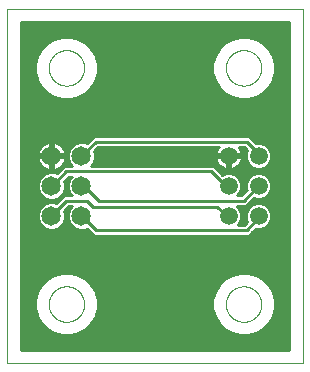
<source format=gbl>
G75*
%MOIN*%
%OFA0B0*%
%FSLAX25Y25*%
%IPPOS*%
%LPD*%
%AMOC8*
5,1,8,0,0,1.08239X$1,22.5*
%
%ADD10C,0.00000*%
%ADD11C,0.05937*%
%ADD12C,0.06496*%
%ADD13C,0.00984*%
%ADD14C,0.01000*%
D10*
X0001492Y0001492D02*
X0001492Y0119602D01*
X0099917Y0119602D01*
X0099917Y0001492D01*
X0001492Y0001492D01*
X0015271Y0021177D02*
X0015273Y0021330D01*
X0015279Y0021484D01*
X0015289Y0021637D01*
X0015303Y0021789D01*
X0015321Y0021942D01*
X0015343Y0022093D01*
X0015368Y0022244D01*
X0015398Y0022395D01*
X0015432Y0022545D01*
X0015469Y0022693D01*
X0015510Y0022841D01*
X0015555Y0022987D01*
X0015604Y0023133D01*
X0015657Y0023277D01*
X0015713Y0023419D01*
X0015773Y0023560D01*
X0015837Y0023700D01*
X0015904Y0023838D01*
X0015975Y0023974D01*
X0016050Y0024108D01*
X0016127Y0024240D01*
X0016209Y0024370D01*
X0016293Y0024498D01*
X0016381Y0024624D01*
X0016472Y0024747D01*
X0016566Y0024868D01*
X0016664Y0024986D01*
X0016764Y0025102D01*
X0016868Y0025215D01*
X0016974Y0025326D01*
X0017083Y0025434D01*
X0017195Y0025539D01*
X0017309Y0025640D01*
X0017427Y0025739D01*
X0017546Y0025835D01*
X0017668Y0025928D01*
X0017793Y0026017D01*
X0017920Y0026104D01*
X0018049Y0026186D01*
X0018180Y0026266D01*
X0018313Y0026342D01*
X0018448Y0026415D01*
X0018585Y0026484D01*
X0018724Y0026549D01*
X0018864Y0026611D01*
X0019006Y0026669D01*
X0019149Y0026724D01*
X0019294Y0026775D01*
X0019440Y0026822D01*
X0019587Y0026865D01*
X0019735Y0026904D01*
X0019884Y0026940D01*
X0020034Y0026971D01*
X0020185Y0026999D01*
X0020336Y0027023D01*
X0020489Y0027043D01*
X0020641Y0027059D01*
X0020794Y0027071D01*
X0020947Y0027079D01*
X0021100Y0027083D01*
X0021254Y0027083D01*
X0021407Y0027079D01*
X0021560Y0027071D01*
X0021713Y0027059D01*
X0021865Y0027043D01*
X0022018Y0027023D01*
X0022169Y0026999D01*
X0022320Y0026971D01*
X0022470Y0026940D01*
X0022619Y0026904D01*
X0022767Y0026865D01*
X0022914Y0026822D01*
X0023060Y0026775D01*
X0023205Y0026724D01*
X0023348Y0026669D01*
X0023490Y0026611D01*
X0023630Y0026549D01*
X0023769Y0026484D01*
X0023906Y0026415D01*
X0024041Y0026342D01*
X0024174Y0026266D01*
X0024305Y0026186D01*
X0024434Y0026104D01*
X0024561Y0026017D01*
X0024686Y0025928D01*
X0024808Y0025835D01*
X0024927Y0025739D01*
X0025045Y0025640D01*
X0025159Y0025539D01*
X0025271Y0025434D01*
X0025380Y0025326D01*
X0025486Y0025215D01*
X0025590Y0025102D01*
X0025690Y0024986D01*
X0025788Y0024868D01*
X0025882Y0024747D01*
X0025973Y0024624D01*
X0026061Y0024498D01*
X0026145Y0024370D01*
X0026227Y0024240D01*
X0026304Y0024108D01*
X0026379Y0023974D01*
X0026450Y0023838D01*
X0026517Y0023700D01*
X0026581Y0023560D01*
X0026641Y0023419D01*
X0026697Y0023277D01*
X0026750Y0023133D01*
X0026799Y0022987D01*
X0026844Y0022841D01*
X0026885Y0022693D01*
X0026922Y0022545D01*
X0026956Y0022395D01*
X0026986Y0022244D01*
X0027011Y0022093D01*
X0027033Y0021942D01*
X0027051Y0021789D01*
X0027065Y0021637D01*
X0027075Y0021484D01*
X0027081Y0021330D01*
X0027083Y0021177D01*
X0027081Y0021024D01*
X0027075Y0020870D01*
X0027065Y0020717D01*
X0027051Y0020565D01*
X0027033Y0020412D01*
X0027011Y0020261D01*
X0026986Y0020110D01*
X0026956Y0019959D01*
X0026922Y0019809D01*
X0026885Y0019661D01*
X0026844Y0019513D01*
X0026799Y0019367D01*
X0026750Y0019221D01*
X0026697Y0019077D01*
X0026641Y0018935D01*
X0026581Y0018794D01*
X0026517Y0018654D01*
X0026450Y0018516D01*
X0026379Y0018380D01*
X0026304Y0018246D01*
X0026227Y0018114D01*
X0026145Y0017984D01*
X0026061Y0017856D01*
X0025973Y0017730D01*
X0025882Y0017607D01*
X0025788Y0017486D01*
X0025690Y0017368D01*
X0025590Y0017252D01*
X0025486Y0017139D01*
X0025380Y0017028D01*
X0025271Y0016920D01*
X0025159Y0016815D01*
X0025045Y0016714D01*
X0024927Y0016615D01*
X0024808Y0016519D01*
X0024686Y0016426D01*
X0024561Y0016337D01*
X0024434Y0016250D01*
X0024305Y0016168D01*
X0024174Y0016088D01*
X0024041Y0016012D01*
X0023906Y0015939D01*
X0023769Y0015870D01*
X0023630Y0015805D01*
X0023490Y0015743D01*
X0023348Y0015685D01*
X0023205Y0015630D01*
X0023060Y0015579D01*
X0022914Y0015532D01*
X0022767Y0015489D01*
X0022619Y0015450D01*
X0022470Y0015414D01*
X0022320Y0015383D01*
X0022169Y0015355D01*
X0022018Y0015331D01*
X0021865Y0015311D01*
X0021713Y0015295D01*
X0021560Y0015283D01*
X0021407Y0015275D01*
X0021254Y0015271D01*
X0021100Y0015271D01*
X0020947Y0015275D01*
X0020794Y0015283D01*
X0020641Y0015295D01*
X0020489Y0015311D01*
X0020336Y0015331D01*
X0020185Y0015355D01*
X0020034Y0015383D01*
X0019884Y0015414D01*
X0019735Y0015450D01*
X0019587Y0015489D01*
X0019440Y0015532D01*
X0019294Y0015579D01*
X0019149Y0015630D01*
X0019006Y0015685D01*
X0018864Y0015743D01*
X0018724Y0015805D01*
X0018585Y0015870D01*
X0018448Y0015939D01*
X0018313Y0016012D01*
X0018180Y0016088D01*
X0018049Y0016168D01*
X0017920Y0016250D01*
X0017793Y0016337D01*
X0017668Y0016426D01*
X0017546Y0016519D01*
X0017427Y0016615D01*
X0017309Y0016714D01*
X0017195Y0016815D01*
X0017083Y0016920D01*
X0016974Y0017028D01*
X0016868Y0017139D01*
X0016764Y0017252D01*
X0016664Y0017368D01*
X0016566Y0017486D01*
X0016472Y0017607D01*
X0016381Y0017730D01*
X0016293Y0017856D01*
X0016209Y0017984D01*
X0016127Y0018114D01*
X0016050Y0018246D01*
X0015975Y0018380D01*
X0015904Y0018516D01*
X0015837Y0018654D01*
X0015773Y0018794D01*
X0015713Y0018935D01*
X0015657Y0019077D01*
X0015604Y0019221D01*
X0015555Y0019367D01*
X0015510Y0019513D01*
X0015469Y0019661D01*
X0015432Y0019809D01*
X0015398Y0019959D01*
X0015368Y0020110D01*
X0015343Y0020261D01*
X0015321Y0020412D01*
X0015303Y0020565D01*
X0015289Y0020717D01*
X0015279Y0020870D01*
X0015273Y0021024D01*
X0015271Y0021177D01*
X0074326Y0021177D02*
X0074328Y0021330D01*
X0074334Y0021484D01*
X0074344Y0021637D01*
X0074358Y0021789D01*
X0074376Y0021942D01*
X0074398Y0022093D01*
X0074423Y0022244D01*
X0074453Y0022395D01*
X0074487Y0022545D01*
X0074524Y0022693D01*
X0074565Y0022841D01*
X0074610Y0022987D01*
X0074659Y0023133D01*
X0074712Y0023277D01*
X0074768Y0023419D01*
X0074828Y0023560D01*
X0074892Y0023700D01*
X0074959Y0023838D01*
X0075030Y0023974D01*
X0075105Y0024108D01*
X0075182Y0024240D01*
X0075264Y0024370D01*
X0075348Y0024498D01*
X0075436Y0024624D01*
X0075527Y0024747D01*
X0075621Y0024868D01*
X0075719Y0024986D01*
X0075819Y0025102D01*
X0075923Y0025215D01*
X0076029Y0025326D01*
X0076138Y0025434D01*
X0076250Y0025539D01*
X0076364Y0025640D01*
X0076482Y0025739D01*
X0076601Y0025835D01*
X0076723Y0025928D01*
X0076848Y0026017D01*
X0076975Y0026104D01*
X0077104Y0026186D01*
X0077235Y0026266D01*
X0077368Y0026342D01*
X0077503Y0026415D01*
X0077640Y0026484D01*
X0077779Y0026549D01*
X0077919Y0026611D01*
X0078061Y0026669D01*
X0078204Y0026724D01*
X0078349Y0026775D01*
X0078495Y0026822D01*
X0078642Y0026865D01*
X0078790Y0026904D01*
X0078939Y0026940D01*
X0079089Y0026971D01*
X0079240Y0026999D01*
X0079391Y0027023D01*
X0079544Y0027043D01*
X0079696Y0027059D01*
X0079849Y0027071D01*
X0080002Y0027079D01*
X0080155Y0027083D01*
X0080309Y0027083D01*
X0080462Y0027079D01*
X0080615Y0027071D01*
X0080768Y0027059D01*
X0080920Y0027043D01*
X0081073Y0027023D01*
X0081224Y0026999D01*
X0081375Y0026971D01*
X0081525Y0026940D01*
X0081674Y0026904D01*
X0081822Y0026865D01*
X0081969Y0026822D01*
X0082115Y0026775D01*
X0082260Y0026724D01*
X0082403Y0026669D01*
X0082545Y0026611D01*
X0082685Y0026549D01*
X0082824Y0026484D01*
X0082961Y0026415D01*
X0083096Y0026342D01*
X0083229Y0026266D01*
X0083360Y0026186D01*
X0083489Y0026104D01*
X0083616Y0026017D01*
X0083741Y0025928D01*
X0083863Y0025835D01*
X0083982Y0025739D01*
X0084100Y0025640D01*
X0084214Y0025539D01*
X0084326Y0025434D01*
X0084435Y0025326D01*
X0084541Y0025215D01*
X0084645Y0025102D01*
X0084745Y0024986D01*
X0084843Y0024868D01*
X0084937Y0024747D01*
X0085028Y0024624D01*
X0085116Y0024498D01*
X0085200Y0024370D01*
X0085282Y0024240D01*
X0085359Y0024108D01*
X0085434Y0023974D01*
X0085505Y0023838D01*
X0085572Y0023700D01*
X0085636Y0023560D01*
X0085696Y0023419D01*
X0085752Y0023277D01*
X0085805Y0023133D01*
X0085854Y0022987D01*
X0085899Y0022841D01*
X0085940Y0022693D01*
X0085977Y0022545D01*
X0086011Y0022395D01*
X0086041Y0022244D01*
X0086066Y0022093D01*
X0086088Y0021942D01*
X0086106Y0021789D01*
X0086120Y0021637D01*
X0086130Y0021484D01*
X0086136Y0021330D01*
X0086138Y0021177D01*
X0086136Y0021024D01*
X0086130Y0020870D01*
X0086120Y0020717D01*
X0086106Y0020565D01*
X0086088Y0020412D01*
X0086066Y0020261D01*
X0086041Y0020110D01*
X0086011Y0019959D01*
X0085977Y0019809D01*
X0085940Y0019661D01*
X0085899Y0019513D01*
X0085854Y0019367D01*
X0085805Y0019221D01*
X0085752Y0019077D01*
X0085696Y0018935D01*
X0085636Y0018794D01*
X0085572Y0018654D01*
X0085505Y0018516D01*
X0085434Y0018380D01*
X0085359Y0018246D01*
X0085282Y0018114D01*
X0085200Y0017984D01*
X0085116Y0017856D01*
X0085028Y0017730D01*
X0084937Y0017607D01*
X0084843Y0017486D01*
X0084745Y0017368D01*
X0084645Y0017252D01*
X0084541Y0017139D01*
X0084435Y0017028D01*
X0084326Y0016920D01*
X0084214Y0016815D01*
X0084100Y0016714D01*
X0083982Y0016615D01*
X0083863Y0016519D01*
X0083741Y0016426D01*
X0083616Y0016337D01*
X0083489Y0016250D01*
X0083360Y0016168D01*
X0083229Y0016088D01*
X0083096Y0016012D01*
X0082961Y0015939D01*
X0082824Y0015870D01*
X0082685Y0015805D01*
X0082545Y0015743D01*
X0082403Y0015685D01*
X0082260Y0015630D01*
X0082115Y0015579D01*
X0081969Y0015532D01*
X0081822Y0015489D01*
X0081674Y0015450D01*
X0081525Y0015414D01*
X0081375Y0015383D01*
X0081224Y0015355D01*
X0081073Y0015331D01*
X0080920Y0015311D01*
X0080768Y0015295D01*
X0080615Y0015283D01*
X0080462Y0015275D01*
X0080309Y0015271D01*
X0080155Y0015271D01*
X0080002Y0015275D01*
X0079849Y0015283D01*
X0079696Y0015295D01*
X0079544Y0015311D01*
X0079391Y0015331D01*
X0079240Y0015355D01*
X0079089Y0015383D01*
X0078939Y0015414D01*
X0078790Y0015450D01*
X0078642Y0015489D01*
X0078495Y0015532D01*
X0078349Y0015579D01*
X0078204Y0015630D01*
X0078061Y0015685D01*
X0077919Y0015743D01*
X0077779Y0015805D01*
X0077640Y0015870D01*
X0077503Y0015939D01*
X0077368Y0016012D01*
X0077235Y0016088D01*
X0077104Y0016168D01*
X0076975Y0016250D01*
X0076848Y0016337D01*
X0076723Y0016426D01*
X0076601Y0016519D01*
X0076482Y0016615D01*
X0076364Y0016714D01*
X0076250Y0016815D01*
X0076138Y0016920D01*
X0076029Y0017028D01*
X0075923Y0017139D01*
X0075819Y0017252D01*
X0075719Y0017368D01*
X0075621Y0017486D01*
X0075527Y0017607D01*
X0075436Y0017730D01*
X0075348Y0017856D01*
X0075264Y0017984D01*
X0075182Y0018114D01*
X0075105Y0018246D01*
X0075030Y0018380D01*
X0074959Y0018516D01*
X0074892Y0018654D01*
X0074828Y0018794D01*
X0074768Y0018935D01*
X0074712Y0019077D01*
X0074659Y0019221D01*
X0074610Y0019367D01*
X0074565Y0019513D01*
X0074524Y0019661D01*
X0074487Y0019809D01*
X0074453Y0019959D01*
X0074423Y0020110D01*
X0074398Y0020261D01*
X0074376Y0020412D01*
X0074358Y0020565D01*
X0074344Y0020717D01*
X0074334Y0020870D01*
X0074328Y0021024D01*
X0074326Y0021177D01*
X0074326Y0099917D02*
X0074328Y0100070D01*
X0074334Y0100224D01*
X0074344Y0100377D01*
X0074358Y0100529D01*
X0074376Y0100682D01*
X0074398Y0100833D01*
X0074423Y0100984D01*
X0074453Y0101135D01*
X0074487Y0101285D01*
X0074524Y0101433D01*
X0074565Y0101581D01*
X0074610Y0101727D01*
X0074659Y0101873D01*
X0074712Y0102017D01*
X0074768Y0102159D01*
X0074828Y0102300D01*
X0074892Y0102440D01*
X0074959Y0102578D01*
X0075030Y0102714D01*
X0075105Y0102848D01*
X0075182Y0102980D01*
X0075264Y0103110D01*
X0075348Y0103238D01*
X0075436Y0103364D01*
X0075527Y0103487D01*
X0075621Y0103608D01*
X0075719Y0103726D01*
X0075819Y0103842D01*
X0075923Y0103955D01*
X0076029Y0104066D01*
X0076138Y0104174D01*
X0076250Y0104279D01*
X0076364Y0104380D01*
X0076482Y0104479D01*
X0076601Y0104575D01*
X0076723Y0104668D01*
X0076848Y0104757D01*
X0076975Y0104844D01*
X0077104Y0104926D01*
X0077235Y0105006D01*
X0077368Y0105082D01*
X0077503Y0105155D01*
X0077640Y0105224D01*
X0077779Y0105289D01*
X0077919Y0105351D01*
X0078061Y0105409D01*
X0078204Y0105464D01*
X0078349Y0105515D01*
X0078495Y0105562D01*
X0078642Y0105605D01*
X0078790Y0105644D01*
X0078939Y0105680D01*
X0079089Y0105711D01*
X0079240Y0105739D01*
X0079391Y0105763D01*
X0079544Y0105783D01*
X0079696Y0105799D01*
X0079849Y0105811D01*
X0080002Y0105819D01*
X0080155Y0105823D01*
X0080309Y0105823D01*
X0080462Y0105819D01*
X0080615Y0105811D01*
X0080768Y0105799D01*
X0080920Y0105783D01*
X0081073Y0105763D01*
X0081224Y0105739D01*
X0081375Y0105711D01*
X0081525Y0105680D01*
X0081674Y0105644D01*
X0081822Y0105605D01*
X0081969Y0105562D01*
X0082115Y0105515D01*
X0082260Y0105464D01*
X0082403Y0105409D01*
X0082545Y0105351D01*
X0082685Y0105289D01*
X0082824Y0105224D01*
X0082961Y0105155D01*
X0083096Y0105082D01*
X0083229Y0105006D01*
X0083360Y0104926D01*
X0083489Y0104844D01*
X0083616Y0104757D01*
X0083741Y0104668D01*
X0083863Y0104575D01*
X0083982Y0104479D01*
X0084100Y0104380D01*
X0084214Y0104279D01*
X0084326Y0104174D01*
X0084435Y0104066D01*
X0084541Y0103955D01*
X0084645Y0103842D01*
X0084745Y0103726D01*
X0084843Y0103608D01*
X0084937Y0103487D01*
X0085028Y0103364D01*
X0085116Y0103238D01*
X0085200Y0103110D01*
X0085282Y0102980D01*
X0085359Y0102848D01*
X0085434Y0102714D01*
X0085505Y0102578D01*
X0085572Y0102440D01*
X0085636Y0102300D01*
X0085696Y0102159D01*
X0085752Y0102017D01*
X0085805Y0101873D01*
X0085854Y0101727D01*
X0085899Y0101581D01*
X0085940Y0101433D01*
X0085977Y0101285D01*
X0086011Y0101135D01*
X0086041Y0100984D01*
X0086066Y0100833D01*
X0086088Y0100682D01*
X0086106Y0100529D01*
X0086120Y0100377D01*
X0086130Y0100224D01*
X0086136Y0100070D01*
X0086138Y0099917D01*
X0086136Y0099764D01*
X0086130Y0099610D01*
X0086120Y0099457D01*
X0086106Y0099305D01*
X0086088Y0099152D01*
X0086066Y0099001D01*
X0086041Y0098850D01*
X0086011Y0098699D01*
X0085977Y0098549D01*
X0085940Y0098401D01*
X0085899Y0098253D01*
X0085854Y0098107D01*
X0085805Y0097961D01*
X0085752Y0097817D01*
X0085696Y0097675D01*
X0085636Y0097534D01*
X0085572Y0097394D01*
X0085505Y0097256D01*
X0085434Y0097120D01*
X0085359Y0096986D01*
X0085282Y0096854D01*
X0085200Y0096724D01*
X0085116Y0096596D01*
X0085028Y0096470D01*
X0084937Y0096347D01*
X0084843Y0096226D01*
X0084745Y0096108D01*
X0084645Y0095992D01*
X0084541Y0095879D01*
X0084435Y0095768D01*
X0084326Y0095660D01*
X0084214Y0095555D01*
X0084100Y0095454D01*
X0083982Y0095355D01*
X0083863Y0095259D01*
X0083741Y0095166D01*
X0083616Y0095077D01*
X0083489Y0094990D01*
X0083360Y0094908D01*
X0083229Y0094828D01*
X0083096Y0094752D01*
X0082961Y0094679D01*
X0082824Y0094610D01*
X0082685Y0094545D01*
X0082545Y0094483D01*
X0082403Y0094425D01*
X0082260Y0094370D01*
X0082115Y0094319D01*
X0081969Y0094272D01*
X0081822Y0094229D01*
X0081674Y0094190D01*
X0081525Y0094154D01*
X0081375Y0094123D01*
X0081224Y0094095D01*
X0081073Y0094071D01*
X0080920Y0094051D01*
X0080768Y0094035D01*
X0080615Y0094023D01*
X0080462Y0094015D01*
X0080309Y0094011D01*
X0080155Y0094011D01*
X0080002Y0094015D01*
X0079849Y0094023D01*
X0079696Y0094035D01*
X0079544Y0094051D01*
X0079391Y0094071D01*
X0079240Y0094095D01*
X0079089Y0094123D01*
X0078939Y0094154D01*
X0078790Y0094190D01*
X0078642Y0094229D01*
X0078495Y0094272D01*
X0078349Y0094319D01*
X0078204Y0094370D01*
X0078061Y0094425D01*
X0077919Y0094483D01*
X0077779Y0094545D01*
X0077640Y0094610D01*
X0077503Y0094679D01*
X0077368Y0094752D01*
X0077235Y0094828D01*
X0077104Y0094908D01*
X0076975Y0094990D01*
X0076848Y0095077D01*
X0076723Y0095166D01*
X0076601Y0095259D01*
X0076482Y0095355D01*
X0076364Y0095454D01*
X0076250Y0095555D01*
X0076138Y0095660D01*
X0076029Y0095768D01*
X0075923Y0095879D01*
X0075819Y0095992D01*
X0075719Y0096108D01*
X0075621Y0096226D01*
X0075527Y0096347D01*
X0075436Y0096470D01*
X0075348Y0096596D01*
X0075264Y0096724D01*
X0075182Y0096854D01*
X0075105Y0096986D01*
X0075030Y0097120D01*
X0074959Y0097256D01*
X0074892Y0097394D01*
X0074828Y0097534D01*
X0074768Y0097675D01*
X0074712Y0097817D01*
X0074659Y0097961D01*
X0074610Y0098107D01*
X0074565Y0098253D01*
X0074524Y0098401D01*
X0074487Y0098549D01*
X0074453Y0098699D01*
X0074423Y0098850D01*
X0074398Y0099001D01*
X0074376Y0099152D01*
X0074358Y0099305D01*
X0074344Y0099457D01*
X0074334Y0099610D01*
X0074328Y0099764D01*
X0074326Y0099917D01*
X0015271Y0099917D02*
X0015273Y0100070D01*
X0015279Y0100224D01*
X0015289Y0100377D01*
X0015303Y0100529D01*
X0015321Y0100682D01*
X0015343Y0100833D01*
X0015368Y0100984D01*
X0015398Y0101135D01*
X0015432Y0101285D01*
X0015469Y0101433D01*
X0015510Y0101581D01*
X0015555Y0101727D01*
X0015604Y0101873D01*
X0015657Y0102017D01*
X0015713Y0102159D01*
X0015773Y0102300D01*
X0015837Y0102440D01*
X0015904Y0102578D01*
X0015975Y0102714D01*
X0016050Y0102848D01*
X0016127Y0102980D01*
X0016209Y0103110D01*
X0016293Y0103238D01*
X0016381Y0103364D01*
X0016472Y0103487D01*
X0016566Y0103608D01*
X0016664Y0103726D01*
X0016764Y0103842D01*
X0016868Y0103955D01*
X0016974Y0104066D01*
X0017083Y0104174D01*
X0017195Y0104279D01*
X0017309Y0104380D01*
X0017427Y0104479D01*
X0017546Y0104575D01*
X0017668Y0104668D01*
X0017793Y0104757D01*
X0017920Y0104844D01*
X0018049Y0104926D01*
X0018180Y0105006D01*
X0018313Y0105082D01*
X0018448Y0105155D01*
X0018585Y0105224D01*
X0018724Y0105289D01*
X0018864Y0105351D01*
X0019006Y0105409D01*
X0019149Y0105464D01*
X0019294Y0105515D01*
X0019440Y0105562D01*
X0019587Y0105605D01*
X0019735Y0105644D01*
X0019884Y0105680D01*
X0020034Y0105711D01*
X0020185Y0105739D01*
X0020336Y0105763D01*
X0020489Y0105783D01*
X0020641Y0105799D01*
X0020794Y0105811D01*
X0020947Y0105819D01*
X0021100Y0105823D01*
X0021254Y0105823D01*
X0021407Y0105819D01*
X0021560Y0105811D01*
X0021713Y0105799D01*
X0021865Y0105783D01*
X0022018Y0105763D01*
X0022169Y0105739D01*
X0022320Y0105711D01*
X0022470Y0105680D01*
X0022619Y0105644D01*
X0022767Y0105605D01*
X0022914Y0105562D01*
X0023060Y0105515D01*
X0023205Y0105464D01*
X0023348Y0105409D01*
X0023490Y0105351D01*
X0023630Y0105289D01*
X0023769Y0105224D01*
X0023906Y0105155D01*
X0024041Y0105082D01*
X0024174Y0105006D01*
X0024305Y0104926D01*
X0024434Y0104844D01*
X0024561Y0104757D01*
X0024686Y0104668D01*
X0024808Y0104575D01*
X0024927Y0104479D01*
X0025045Y0104380D01*
X0025159Y0104279D01*
X0025271Y0104174D01*
X0025380Y0104066D01*
X0025486Y0103955D01*
X0025590Y0103842D01*
X0025690Y0103726D01*
X0025788Y0103608D01*
X0025882Y0103487D01*
X0025973Y0103364D01*
X0026061Y0103238D01*
X0026145Y0103110D01*
X0026227Y0102980D01*
X0026304Y0102848D01*
X0026379Y0102714D01*
X0026450Y0102578D01*
X0026517Y0102440D01*
X0026581Y0102300D01*
X0026641Y0102159D01*
X0026697Y0102017D01*
X0026750Y0101873D01*
X0026799Y0101727D01*
X0026844Y0101581D01*
X0026885Y0101433D01*
X0026922Y0101285D01*
X0026956Y0101135D01*
X0026986Y0100984D01*
X0027011Y0100833D01*
X0027033Y0100682D01*
X0027051Y0100529D01*
X0027065Y0100377D01*
X0027075Y0100224D01*
X0027081Y0100070D01*
X0027083Y0099917D01*
X0027081Y0099764D01*
X0027075Y0099610D01*
X0027065Y0099457D01*
X0027051Y0099305D01*
X0027033Y0099152D01*
X0027011Y0099001D01*
X0026986Y0098850D01*
X0026956Y0098699D01*
X0026922Y0098549D01*
X0026885Y0098401D01*
X0026844Y0098253D01*
X0026799Y0098107D01*
X0026750Y0097961D01*
X0026697Y0097817D01*
X0026641Y0097675D01*
X0026581Y0097534D01*
X0026517Y0097394D01*
X0026450Y0097256D01*
X0026379Y0097120D01*
X0026304Y0096986D01*
X0026227Y0096854D01*
X0026145Y0096724D01*
X0026061Y0096596D01*
X0025973Y0096470D01*
X0025882Y0096347D01*
X0025788Y0096226D01*
X0025690Y0096108D01*
X0025590Y0095992D01*
X0025486Y0095879D01*
X0025380Y0095768D01*
X0025271Y0095660D01*
X0025159Y0095555D01*
X0025045Y0095454D01*
X0024927Y0095355D01*
X0024808Y0095259D01*
X0024686Y0095166D01*
X0024561Y0095077D01*
X0024434Y0094990D01*
X0024305Y0094908D01*
X0024174Y0094828D01*
X0024041Y0094752D01*
X0023906Y0094679D01*
X0023769Y0094610D01*
X0023630Y0094545D01*
X0023490Y0094483D01*
X0023348Y0094425D01*
X0023205Y0094370D01*
X0023060Y0094319D01*
X0022914Y0094272D01*
X0022767Y0094229D01*
X0022619Y0094190D01*
X0022470Y0094154D01*
X0022320Y0094123D01*
X0022169Y0094095D01*
X0022018Y0094071D01*
X0021865Y0094051D01*
X0021713Y0094035D01*
X0021560Y0094023D01*
X0021407Y0094015D01*
X0021254Y0094011D01*
X0021100Y0094011D01*
X0020947Y0094015D01*
X0020794Y0094023D01*
X0020641Y0094035D01*
X0020489Y0094051D01*
X0020336Y0094071D01*
X0020185Y0094095D01*
X0020034Y0094123D01*
X0019884Y0094154D01*
X0019735Y0094190D01*
X0019587Y0094229D01*
X0019440Y0094272D01*
X0019294Y0094319D01*
X0019149Y0094370D01*
X0019006Y0094425D01*
X0018864Y0094483D01*
X0018724Y0094545D01*
X0018585Y0094610D01*
X0018448Y0094679D01*
X0018313Y0094752D01*
X0018180Y0094828D01*
X0018049Y0094908D01*
X0017920Y0094990D01*
X0017793Y0095077D01*
X0017668Y0095166D01*
X0017546Y0095259D01*
X0017427Y0095355D01*
X0017309Y0095454D01*
X0017195Y0095555D01*
X0017083Y0095660D01*
X0016974Y0095768D01*
X0016868Y0095879D01*
X0016764Y0095992D01*
X0016664Y0096108D01*
X0016566Y0096226D01*
X0016472Y0096347D01*
X0016381Y0096470D01*
X0016293Y0096596D01*
X0016209Y0096724D01*
X0016127Y0096854D01*
X0016050Y0096986D01*
X0015975Y0097120D01*
X0015904Y0097256D01*
X0015837Y0097394D01*
X0015773Y0097534D01*
X0015713Y0097675D01*
X0015657Y0097817D01*
X0015604Y0097961D01*
X0015555Y0098107D01*
X0015510Y0098253D01*
X0015469Y0098401D01*
X0015432Y0098549D01*
X0015398Y0098699D01*
X0015368Y0098850D01*
X0015343Y0099001D01*
X0015321Y0099152D01*
X0015303Y0099305D01*
X0015289Y0099457D01*
X0015279Y0099610D01*
X0015273Y0099764D01*
X0015271Y0099917D01*
D11*
X0075232Y0070547D03*
X0075232Y0060547D03*
X0075232Y0050547D03*
X0085232Y0050547D03*
X0085232Y0060547D03*
X0085232Y0070547D03*
D12*
X0026177Y0070547D03*
X0026177Y0060547D03*
X0026177Y0050547D03*
X0016177Y0050547D03*
X0016177Y0060547D03*
X0016177Y0070547D03*
D13*
X0015685Y0070286D02*
X0005984Y0070286D01*
X0005984Y0071268D02*
X0011492Y0071268D01*
X0011456Y0071039D02*
X0015685Y0071039D01*
X0015685Y0070055D01*
X0016669Y0070055D01*
X0016669Y0065826D01*
X0017287Y0065924D01*
X0017997Y0066154D01*
X0018662Y0066493D01*
X0019265Y0066932D01*
X0019793Y0067459D01*
X0020231Y0068063D01*
X0020570Y0068728D01*
X0020801Y0069437D01*
X0020898Y0070055D01*
X0016669Y0070055D01*
X0016669Y0071039D01*
X0020898Y0071039D01*
X0020801Y0071657D01*
X0020570Y0072367D01*
X0020231Y0073032D01*
X0019793Y0073635D01*
X0019265Y0074163D01*
X0018662Y0074601D01*
X0017997Y0074940D01*
X0017287Y0075171D01*
X0016669Y0075269D01*
X0016669Y0071039D01*
X0015685Y0071039D01*
X0015685Y0075269D01*
X0015067Y0075171D01*
X0014358Y0074940D01*
X0013693Y0074601D01*
X0013089Y0074163D01*
X0012562Y0073635D01*
X0012123Y0073032D01*
X0011784Y0072367D01*
X0011554Y0071657D01*
X0011456Y0071039D01*
X0011456Y0070055D02*
X0011554Y0069437D01*
X0011784Y0068728D01*
X0012123Y0068063D01*
X0012562Y0067459D01*
X0013089Y0066932D01*
X0013693Y0066493D01*
X0014358Y0066154D01*
X0015067Y0065924D01*
X0015685Y0065826D01*
X0015685Y0070055D01*
X0011456Y0070055D01*
X0011597Y0069303D02*
X0005984Y0069303D01*
X0005984Y0068320D02*
X0011992Y0068320D01*
X0012684Y0067337D02*
X0005984Y0067337D01*
X0005984Y0066355D02*
X0013965Y0066355D01*
X0015274Y0065087D02*
X0013605Y0064396D01*
X0012328Y0063119D01*
X0011637Y0061450D01*
X0011637Y0059644D01*
X0012328Y0057975D01*
X0013605Y0056698D01*
X0015274Y0056007D01*
X0017080Y0056007D01*
X0018749Y0056698D01*
X0020026Y0057975D01*
X0020717Y0059644D01*
X0020717Y0061450D01*
X0020417Y0062174D01*
X0021919Y0063676D01*
X0022886Y0063676D01*
X0022328Y0063119D01*
X0021637Y0061450D01*
X0021637Y0059644D01*
X0022328Y0057975D01*
X0022886Y0057418D01*
X0020435Y0057418D01*
X0017804Y0054787D01*
X0017080Y0055087D01*
X0015274Y0055087D01*
X0013605Y0054396D01*
X0012328Y0053119D01*
X0011637Y0051450D01*
X0011637Y0049644D01*
X0012328Y0047975D01*
X0013605Y0046698D01*
X0015274Y0046007D01*
X0017080Y0046007D01*
X0018749Y0046698D01*
X0020026Y0047975D01*
X0020717Y0049644D01*
X0020717Y0051450D01*
X0020371Y0052286D01*
X0021919Y0053834D01*
X0023043Y0053834D01*
X0022328Y0053119D01*
X0021637Y0051450D01*
X0021637Y0049644D01*
X0022328Y0047975D01*
X0023605Y0046698D01*
X0025274Y0046007D01*
X0027080Y0046007D01*
X0027916Y0046353D01*
X0030277Y0043991D01*
X0081959Y0043991D01*
X0083009Y0045041D01*
X0084292Y0046325D01*
X0084385Y0046287D01*
X0086080Y0046287D01*
X0087646Y0046935D01*
X0088844Y0048134D01*
X0089493Y0049700D01*
X0089493Y0051395D01*
X0088844Y0052961D01*
X0087646Y0054159D01*
X0086080Y0054808D01*
X0084385Y0054808D01*
X0082819Y0054159D01*
X0081620Y0052961D01*
X0080972Y0051395D01*
X0080972Y0049700D01*
X0081448Y0048549D01*
X0080474Y0047576D01*
X0078286Y0047576D01*
X0078844Y0048134D01*
X0079493Y0049700D01*
X0079493Y0051395D01*
X0078844Y0052961D01*
X0077971Y0053834D01*
X0080975Y0053834D01*
X0082024Y0054884D01*
X0083708Y0056567D01*
X0084385Y0056287D01*
X0086080Y0056287D01*
X0087646Y0056935D01*
X0088844Y0058134D01*
X0089493Y0059700D01*
X0089493Y0061395D01*
X0088844Y0062961D01*
X0087646Y0064159D01*
X0086080Y0064808D01*
X0084385Y0064808D01*
X0082819Y0064159D01*
X0081620Y0062961D01*
X0080972Y0061395D01*
X0080972Y0059700D01*
X0081206Y0059134D01*
X0079490Y0057418D01*
X0078129Y0057418D01*
X0078844Y0058134D01*
X0079493Y0059700D01*
X0079493Y0061395D01*
X0078844Y0062961D01*
X0077646Y0064159D01*
X0076080Y0064808D01*
X0074385Y0064808D01*
X0073123Y0064285D01*
X0071198Y0066211D01*
X0070148Y0067261D01*
X0029311Y0067261D01*
X0030026Y0067975D01*
X0030717Y0069644D01*
X0030717Y0071450D01*
X0030417Y0072174D01*
X0031762Y0073519D01*
X0071896Y0073519D01*
X0071830Y0073453D01*
X0071417Y0072885D01*
X0071098Y0072260D01*
X0070881Y0071592D01*
X0070794Y0071039D01*
X0074740Y0071039D01*
X0074740Y0070055D01*
X0070794Y0070055D01*
X0070881Y0069503D01*
X0071098Y0068835D01*
X0071417Y0068209D01*
X0071830Y0067641D01*
X0072326Y0067145D01*
X0072894Y0066732D01*
X0073520Y0066413D01*
X0074188Y0066196D01*
X0074740Y0066109D01*
X0074740Y0070055D01*
X0075724Y0070055D01*
X0075724Y0066109D01*
X0076277Y0066196D01*
X0076945Y0066413D01*
X0077570Y0066732D01*
X0078138Y0067145D01*
X0078635Y0067641D01*
X0079047Y0068209D01*
X0079366Y0068835D01*
X0079583Y0069503D01*
X0079671Y0070055D01*
X0075724Y0070055D01*
X0075724Y0071039D01*
X0079671Y0071039D01*
X0079583Y0071592D01*
X0079366Y0072260D01*
X0079047Y0072885D01*
X0078635Y0073453D01*
X0078569Y0073519D01*
X0080474Y0073519D01*
X0081448Y0072545D01*
X0080972Y0071395D01*
X0080972Y0069700D01*
X0081620Y0068134D01*
X0082819Y0066935D01*
X0084385Y0066287D01*
X0086080Y0066287D01*
X0087646Y0066935D01*
X0088844Y0068134D01*
X0089493Y0069700D01*
X0089493Y0071395D01*
X0088844Y0072961D01*
X0087646Y0074159D01*
X0086080Y0074808D01*
X0084385Y0074808D01*
X0084292Y0074770D01*
X0083009Y0076053D01*
X0081959Y0077103D01*
X0030277Y0077103D01*
X0027916Y0074741D01*
X0027080Y0075087D01*
X0025274Y0075087D01*
X0023605Y0074396D01*
X0022328Y0073119D01*
X0021637Y0071450D01*
X0021637Y0069644D01*
X0022328Y0067975D01*
X0023043Y0067261D01*
X0020435Y0067261D01*
X0019385Y0066211D01*
X0019385Y0066211D01*
X0017916Y0064741D01*
X0017080Y0065087D01*
X0015274Y0065087D01*
X0015685Y0066355D02*
X0016669Y0066355D01*
X0016669Y0067337D02*
X0015685Y0067337D01*
X0015685Y0068320D02*
X0016669Y0068320D01*
X0016669Y0069303D02*
X0015685Y0069303D01*
X0016669Y0070286D02*
X0021637Y0070286D01*
X0021637Y0071268D02*
X0020862Y0071268D01*
X0020608Y0072251D02*
X0021969Y0072251D01*
X0022443Y0073234D02*
X0020084Y0073234D01*
X0019191Y0074217D02*
X0023426Y0074217D01*
X0028374Y0075199D02*
X0017106Y0075199D01*
X0016669Y0075199D02*
X0015685Y0075199D01*
X0015248Y0075199D02*
X0005984Y0075199D01*
X0005984Y0074217D02*
X0013163Y0074217D01*
X0012270Y0073234D02*
X0005984Y0073234D01*
X0005984Y0072251D02*
X0011747Y0072251D01*
X0015685Y0072251D02*
X0016669Y0072251D01*
X0016669Y0071268D02*
X0015685Y0071268D01*
X0015685Y0073234D02*
X0016669Y0073234D01*
X0016669Y0074217D02*
X0015685Y0074217D01*
X0020757Y0069303D02*
X0021778Y0069303D01*
X0022185Y0068320D02*
X0020362Y0068320D01*
X0019671Y0067337D02*
X0022966Y0067337D01*
X0019529Y0066355D02*
X0018390Y0066355D01*
X0018546Y0065372D02*
X0005984Y0065372D01*
X0005984Y0064389D02*
X0013598Y0064389D01*
X0012615Y0063406D02*
X0005984Y0063406D01*
X0005984Y0062423D02*
X0012040Y0062423D01*
X0011637Y0061441D02*
X0005984Y0061441D01*
X0005984Y0060458D02*
X0011637Y0060458D01*
X0011707Y0059475D02*
X0005984Y0059475D01*
X0005984Y0058492D02*
X0012114Y0058492D01*
X0012794Y0057510D02*
X0005984Y0057510D01*
X0005984Y0056527D02*
X0014019Y0056527D01*
X0014004Y0054561D02*
X0005984Y0054561D01*
X0005984Y0053579D02*
X0012788Y0053579D01*
X0012111Y0052596D02*
X0005984Y0052596D01*
X0005984Y0051613D02*
X0011704Y0051613D01*
X0011637Y0050630D02*
X0005984Y0050630D01*
X0005984Y0049648D02*
X0011637Y0049648D01*
X0012043Y0048665D02*
X0005984Y0048665D01*
X0005984Y0047682D02*
X0012622Y0047682D01*
X0013604Y0046699D02*
X0005984Y0046699D01*
X0005984Y0045716D02*
X0028552Y0045716D01*
X0029535Y0044734D02*
X0005984Y0044734D01*
X0005984Y0043751D02*
X0095425Y0043751D01*
X0095425Y0044734D02*
X0082701Y0044734D01*
X0083684Y0045716D02*
X0095425Y0045716D01*
X0095425Y0046699D02*
X0087076Y0046699D01*
X0088392Y0047682D02*
X0095425Y0047682D01*
X0095425Y0048665D02*
X0089064Y0048665D01*
X0089471Y0049648D02*
X0095425Y0049648D01*
X0095425Y0050630D02*
X0089493Y0050630D01*
X0089402Y0051613D02*
X0095425Y0051613D01*
X0095425Y0052596D02*
X0088995Y0052596D01*
X0088226Y0053579D02*
X0095425Y0053579D01*
X0095425Y0054561D02*
X0086675Y0054561D01*
X0086660Y0056527D02*
X0095425Y0056527D01*
X0095425Y0057510D02*
X0088220Y0057510D01*
X0088993Y0058492D02*
X0095425Y0058492D01*
X0095425Y0059475D02*
X0089400Y0059475D01*
X0089493Y0060458D02*
X0095425Y0060458D01*
X0095425Y0061441D02*
X0089474Y0061441D01*
X0089067Y0062423D02*
X0095425Y0062423D01*
X0095425Y0063406D02*
X0088399Y0063406D01*
X0087091Y0064389D02*
X0095425Y0064389D01*
X0095425Y0065372D02*
X0072037Y0065372D01*
X0073019Y0064389D02*
X0073374Y0064389D01*
X0073701Y0066355D02*
X0071054Y0066355D01*
X0072134Y0067337D02*
X0029388Y0067337D01*
X0030169Y0068320D02*
X0071361Y0068320D01*
X0070946Y0069303D02*
X0030576Y0069303D01*
X0030717Y0070286D02*
X0074740Y0070286D01*
X0074740Y0069303D02*
X0075724Y0069303D01*
X0075724Y0070286D02*
X0080972Y0070286D01*
X0080972Y0071268D02*
X0079634Y0071268D01*
X0079369Y0072251D02*
X0081326Y0072251D01*
X0080759Y0073234D02*
X0078794Y0073234D01*
X0079518Y0069303D02*
X0081136Y0069303D01*
X0081543Y0068320D02*
X0079104Y0068320D01*
X0078331Y0067337D02*
X0082417Y0067337D01*
X0084221Y0066355D02*
X0076763Y0066355D01*
X0075724Y0066355D02*
X0074740Y0066355D01*
X0074740Y0067337D02*
X0075724Y0067337D01*
X0075724Y0068320D02*
X0074740Y0068320D01*
X0077091Y0064389D02*
X0083373Y0064389D01*
X0082066Y0063406D02*
X0078399Y0063406D01*
X0079067Y0062423D02*
X0081398Y0062423D01*
X0080991Y0061441D02*
X0079474Y0061441D01*
X0079493Y0060458D02*
X0080972Y0060458D01*
X0081065Y0059475D02*
X0079400Y0059475D01*
X0078993Y0058492D02*
X0080564Y0058492D01*
X0079581Y0057510D02*
X0078220Y0057510D01*
X0078226Y0053579D02*
X0082238Y0053579D01*
X0081702Y0054561D02*
X0083790Y0054561D01*
X0082685Y0055544D02*
X0095425Y0055544D01*
X0095425Y0066355D02*
X0086244Y0066355D01*
X0088048Y0067337D02*
X0095425Y0067337D01*
X0095425Y0068320D02*
X0088921Y0068320D01*
X0089328Y0069303D02*
X0095425Y0069303D01*
X0095425Y0070286D02*
X0089493Y0070286D01*
X0089493Y0071268D02*
X0095425Y0071268D01*
X0095425Y0072251D02*
X0089138Y0072251D01*
X0088571Y0073234D02*
X0095425Y0073234D01*
X0095425Y0074217D02*
X0087507Y0074217D01*
X0083863Y0075199D02*
X0095425Y0075199D01*
X0095425Y0076182D02*
X0082880Y0076182D01*
X0071671Y0073234D02*
X0031477Y0073234D01*
X0030494Y0072251D02*
X0071096Y0072251D01*
X0070830Y0071268D02*
X0030717Y0071268D01*
X0029356Y0076182D02*
X0005984Y0076182D01*
X0005984Y0077165D02*
X0095425Y0077165D01*
X0095425Y0078148D02*
X0005984Y0078148D01*
X0005984Y0079130D02*
X0095425Y0079130D01*
X0095425Y0080113D02*
X0005984Y0080113D01*
X0005984Y0081096D02*
X0095425Y0081096D01*
X0095425Y0082079D02*
X0005984Y0082079D01*
X0005984Y0083061D02*
X0095425Y0083061D01*
X0095425Y0084044D02*
X0005984Y0084044D01*
X0005984Y0085027D02*
X0095425Y0085027D01*
X0095425Y0086010D02*
X0005984Y0086010D01*
X0005984Y0086993D02*
X0095425Y0086993D01*
X0095425Y0087975D02*
X0005984Y0087975D01*
X0005984Y0088958D02*
X0095425Y0088958D01*
X0095425Y0089941D02*
X0083173Y0089941D01*
X0084246Y0090228D02*
X0086617Y0091597D01*
X0088552Y0093533D01*
X0089921Y0095904D01*
X0090630Y0098548D01*
X0090630Y0101286D01*
X0089921Y0103931D01*
X0088552Y0106302D01*
X0086617Y0108237D01*
X0084246Y0109606D01*
X0081601Y0110315D01*
X0078863Y0110315D01*
X0076219Y0109606D01*
X0073848Y0108237D01*
X0071912Y0106302D01*
X0070543Y0103931D01*
X0069835Y0101286D01*
X0069835Y0098548D01*
X0070543Y0095904D01*
X0071912Y0093533D01*
X0073848Y0091597D01*
X0076219Y0090228D01*
X0078863Y0089520D01*
X0081601Y0089520D01*
X0084246Y0090228D01*
X0085450Y0090924D02*
X0095425Y0090924D01*
X0095425Y0091906D02*
X0086926Y0091906D01*
X0087909Y0092889D02*
X0095425Y0092889D01*
X0095425Y0093872D02*
X0088748Y0093872D01*
X0089315Y0094855D02*
X0095425Y0094855D01*
X0095425Y0095837D02*
X0089883Y0095837D01*
X0090167Y0096820D02*
X0095425Y0096820D01*
X0095425Y0097803D02*
X0090430Y0097803D01*
X0090630Y0098786D02*
X0095425Y0098786D01*
X0095425Y0099768D02*
X0090630Y0099768D01*
X0090630Y0100751D02*
X0095425Y0100751D01*
X0095425Y0101734D02*
X0090510Y0101734D01*
X0090247Y0102717D02*
X0095425Y0102717D01*
X0095425Y0103700D02*
X0089983Y0103700D01*
X0089487Y0104682D02*
X0095425Y0104682D01*
X0095425Y0105665D02*
X0088920Y0105665D01*
X0088206Y0106648D02*
X0095425Y0106648D01*
X0095425Y0107631D02*
X0087224Y0107631D01*
X0085966Y0108613D02*
X0095425Y0108613D01*
X0095425Y0109596D02*
X0084263Y0109596D01*
X0076201Y0109596D02*
X0025208Y0109596D01*
X0025191Y0109606D02*
X0022546Y0110315D01*
X0019808Y0110315D01*
X0017164Y0109606D01*
X0014793Y0108237D01*
X0012857Y0106302D01*
X0011488Y0103931D01*
X0010780Y0101286D01*
X0010780Y0098548D01*
X0011488Y0095904D01*
X0012857Y0093533D01*
X0014793Y0091597D01*
X0017164Y0090228D01*
X0019808Y0089520D01*
X0022546Y0089520D01*
X0025191Y0090228D01*
X0027561Y0091597D01*
X0029497Y0093533D01*
X0030866Y0095904D01*
X0031575Y0098548D01*
X0031575Y0101286D01*
X0030866Y0103931D01*
X0029497Y0106302D01*
X0027561Y0108237D01*
X0025191Y0109606D01*
X0026911Y0108613D02*
X0074499Y0108613D01*
X0073241Y0107631D02*
X0028168Y0107631D01*
X0029151Y0106648D02*
X0072258Y0106648D01*
X0071545Y0105665D02*
X0029865Y0105665D01*
X0030432Y0104682D02*
X0070977Y0104682D01*
X0070481Y0103700D02*
X0030928Y0103700D01*
X0031191Y0102717D02*
X0070218Y0102717D01*
X0069955Y0101734D02*
X0031455Y0101734D01*
X0031575Y0100751D02*
X0069835Y0100751D01*
X0069835Y0099768D02*
X0031575Y0099768D01*
X0031575Y0098786D02*
X0069835Y0098786D01*
X0070034Y0097803D02*
X0031375Y0097803D01*
X0031112Y0096820D02*
X0070298Y0096820D01*
X0070582Y0095837D02*
X0030828Y0095837D01*
X0030260Y0094855D02*
X0071149Y0094855D01*
X0071716Y0093872D02*
X0029693Y0093872D01*
X0028853Y0092889D02*
X0072556Y0092889D01*
X0073539Y0091906D02*
X0027871Y0091906D01*
X0026395Y0090924D02*
X0075015Y0090924D01*
X0077292Y0089941D02*
X0024118Y0089941D01*
X0018237Y0089941D02*
X0005984Y0089941D01*
X0005984Y0090924D02*
X0015959Y0090924D01*
X0014484Y0091906D02*
X0005984Y0091906D01*
X0005984Y0092889D02*
X0013501Y0092889D01*
X0012661Y0093872D02*
X0005984Y0093872D01*
X0005984Y0094855D02*
X0012094Y0094855D01*
X0011527Y0095837D02*
X0005984Y0095837D01*
X0005984Y0096820D02*
X0011243Y0096820D01*
X0010979Y0097803D02*
X0005984Y0097803D01*
X0005984Y0098786D02*
X0010780Y0098786D01*
X0010780Y0099768D02*
X0005984Y0099768D01*
X0005984Y0100751D02*
X0010780Y0100751D01*
X0010900Y0101734D02*
X0005984Y0101734D01*
X0005984Y0102717D02*
X0011163Y0102717D01*
X0011426Y0103700D02*
X0005984Y0103700D01*
X0005984Y0104682D02*
X0011922Y0104682D01*
X0012489Y0105665D02*
X0005984Y0105665D01*
X0005984Y0106648D02*
X0013203Y0106648D01*
X0014186Y0107631D02*
X0005984Y0107631D01*
X0005984Y0108613D02*
X0015444Y0108613D01*
X0017146Y0109596D02*
X0005984Y0109596D01*
X0005984Y0110579D02*
X0095425Y0110579D01*
X0095425Y0111562D02*
X0005984Y0111562D01*
X0005984Y0112544D02*
X0095425Y0112544D01*
X0095425Y0113527D02*
X0005984Y0113527D01*
X0005984Y0114510D02*
X0095425Y0114510D01*
X0095425Y0115110D02*
X0005984Y0115110D01*
X0005984Y0005984D01*
X0095425Y0005984D01*
X0095425Y0115110D01*
X0083805Y0056527D02*
X0083668Y0056527D01*
X0081469Y0052596D02*
X0078995Y0052596D01*
X0079402Y0051613D02*
X0081062Y0051613D01*
X0080972Y0050630D02*
X0079493Y0050630D01*
X0079471Y0049648D02*
X0080993Y0049648D01*
X0081400Y0048665D02*
X0079064Y0048665D01*
X0078392Y0047682D02*
X0080581Y0047682D01*
X0081601Y0031575D02*
X0078863Y0031575D01*
X0076219Y0030866D01*
X0073848Y0029497D01*
X0071912Y0027561D01*
X0070543Y0025191D01*
X0069835Y0022546D01*
X0069835Y0019808D01*
X0070543Y0017164D01*
X0071912Y0014793D01*
X0073848Y0012857D01*
X0076219Y0011488D01*
X0078863Y0010780D01*
X0081601Y0010780D01*
X0084246Y0011488D01*
X0086617Y0012857D01*
X0088552Y0014793D01*
X0089921Y0017164D01*
X0090630Y0019808D01*
X0090630Y0022546D01*
X0089921Y0025191D01*
X0088552Y0027561D01*
X0086617Y0029497D01*
X0084246Y0030866D01*
X0081601Y0031575D01*
X0083840Y0030975D02*
X0095425Y0030975D01*
X0095425Y0029992D02*
X0085759Y0029992D01*
X0087104Y0029009D02*
X0095425Y0029009D01*
X0095425Y0028027D02*
X0088087Y0028027D01*
X0088851Y0027044D02*
X0095425Y0027044D01*
X0095425Y0026061D02*
X0089419Y0026061D01*
X0089951Y0025078D02*
X0095425Y0025078D01*
X0095425Y0024096D02*
X0090215Y0024096D01*
X0090478Y0023113D02*
X0095425Y0023113D01*
X0095425Y0022130D02*
X0090630Y0022130D01*
X0090630Y0021147D02*
X0095425Y0021147D01*
X0095425Y0020165D02*
X0090630Y0020165D01*
X0090462Y0019182D02*
X0095425Y0019182D01*
X0095425Y0018199D02*
X0090199Y0018199D01*
X0089935Y0017216D02*
X0095425Y0017216D01*
X0095425Y0016234D02*
X0089384Y0016234D01*
X0088817Y0015251D02*
X0095425Y0015251D01*
X0095425Y0014268D02*
X0088028Y0014268D01*
X0087045Y0013285D02*
X0095425Y0013285D01*
X0095425Y0012303D02*
X0085656Y0012303D01*
X0083617Y0011320D02*
X0095425Y0011320D01*
X0095425Y0010337D02*
X0005984Y0010337D01*
X0005984Y0009354D02*
X0095425Y0009354D01*
X0095425Y0008371D02*
X0005984Y0008371D01*
X0005984Y0007389D02*
X0095425Y0007389D01*
X0095425Y0006406D02*
X0005984Y0006406D01*
X0005984Y0011320D02*
X0017792Y0011320D01*
X0017164Y0011488D02*
X0019808Y0010780D01*
X0022546Y0010780D01*
X0025191Y0011488D01*
X0027561Y0012857D01*
X0029497Y0014793D01*
X0030866Y0017164D01*
X0031575Y0019808D01*
X0031575Y0022546D01*
X0030866Y0025191D01*
X0029497Y0027561D01*
X0027561Y0029497D01*
X0025191Y0030866D01*
X0022546Y0031575D01*
X0019808Y0031575D01*
X0017164Y0030866D01*
X0014793Y0029497D01*
X0012857Y0027561D01*
X0011488Y0025191D01*
X0010780Y0022546D01*
X0010780Y0019808D01*
X0011488Y0017164D01*
X0012857Y0014793D01*
X0014793Y0012857D01*
X0017164Y0011488D01*
X0015753Y0012303D02*
X0005984Y0012303D01*
X0005984Y0013285D02*
X0014365Y0013285D01*
X0013382Y0014268D02*
X0005984Y0014268D01*
X0005984Y0015251D02*
X0012593Y0015251D01*
X0012025Y0016234D02*
X0005984Y0016234D01*
X0005984Y0017216D02*
X0011474Y0017216D01*
X0011211Y0018199D02*
X0005984Y0018199D01*
X0005984Y0019182D02*
X0010947Y0019182D01*
X0010780Y0020165D02*
X0005984Y0020165D01*
X0005984Y0021147D02*
X0010780Y0021147D01*
X0010780Y0022130D02*
X0005984Y0022130D01*
X0005984Y0023113D02*
X0010931Y0023113D01*
X0011195Y0024096D02*
X0005984Y0024096D01*
X0005984Y0025078D02*
X0011458Y0025078D01*
X0011991Y0026061D02*
X0005984Y0026061D01*
X0005984Y0027044D02*
X0012558Y0027044D01*
X0013322Y0028027D02*
X0005984Y0028027D01*
X0005984Y0029009D02*
X0014305Y0029009D01*
X0015650Y0029992D02*
X0005984Y0029992D01*
X0005984Y0030975D02*
X0017570Y0030975D01*
X0024784Y0030975D02*
X0076625Y0030975D01*
X0074705Y0029992D02*
X0026704Y0029992D01*
X0028049Y0029009D02*
X0073360Y0029009D01*
X0072377Y0028027D02*
X0029032Y0028027D01*
X0029796Y0027044D02*
X0071613Y0027044D01*
X0071046Y0026061D02*
X0030364Y0026061D01*
X0030896Y0025078D02*
X0070513Y0025078D01*
X0070250Y0024096D02*
X0031160Y0024096D01*
X0031423Y0023113D02*
X0069987Y0023113D01*
X0069835Y0022130D02*
X0031575Y0022130D01*
X0031575Y0021147D02*
X0069835Y0021147D01*
X0069835Y0020165D02*
X0031575Y0020165D01*
X0031407Y0019182D02*
X0070002Y0019182D01*
X0070266Y0018199D02*
X0031144Y0018199D01*
X0030880Y0017216D02*
X0070529Y0017216D01*
X0071080Y0016234D02*
X0030329Y0016234D01*
X0029762Y0015251D02*
X0071648Y0015251D01*
X0072437Y0014268D02*
X0028973Y0014268D01*
X0027990Y0013285D02*
X0073420Y0013285D01*
X0074808Y0012303D02*
X0026601Y0012303D01*
X0024562Y0011320D02*
X0076847Y0011320D01*
X0095425Y0031958D02*
X0005984Y0031958D01*
X0005984Y0032941D02*
X0095425Y0032941D01*
X0095425Y0033923D02*
X0005984Y0033923D01*
X0005984Y0034906D02*
X0095425Y0034906D01*
X0095425Y0035889D02*
X0005984Y0035889D01*
X0005984Y0036872D02*
X0095425Y0036872D01*
X0095425Y0037854D02*
X0005984Y0037854D01*
X0005984Y0038837D02*
X0095425Y0038837D01*
X0095425Y0039820D02*
X0005984Y0039820D01*
X0005984Y0040803D02*
X0095425Y0040803D01*
X0095425Y0041785D02*
X0005984Y0041785D01*
X0005984Y0042768D02*
X0095425Y0042768D01*
X0023604Y0046699D02*
X0018750Y0046699D01*
X0019733Y0047682D02*
X0022622Y0047682D01*
X0022043Y0048665D02*
X0020312Y0048665D01*
X0020717Y0049648D02*
X0021637Y0049648D01*
X0021637Y0050630D02*
X0020717Y0050630D01*
X0020650Y0051613D02*
X0021704Y0051613D01*
X0022111Y0052596D02*
X0020681Y0052596D01*
X0021664Y0053579D02*
X0022788Y0053579D01*
X0022794Y0057510D02*
X0019560Y0057510D01*
X0019544Y0056527D02*
X0018335Y0056527D01*
X0018561Y0055544D02*
X0005984Y0055544D01*
X0020240Y0058492D02*
X0022114Y0058492D01*
X0021707Y0059475D02*
X0020647Y0059475D01*
X0020717Y0060458D02*
X0021637Y0060458D01*
X0021637Y0061441D02*
X0020717Y0061441D01*
X0020667Y0062423D02*
X0022040Y0062423D01*
X0021649Y0063406D02*
X0022615Y0063406D01*
D14*
X0021177Y0065469D02*
X0016256Y0060547D01*
X0016177Y0060547D01*
X0021177Y0055626D02*
X0016256Y0050705D01*
X0016177Y0050547D01*
X0021177Y0055626D02*
X0028067Y0055626D01*
X0030035Y0053657D01*
X0071374Y0053657D01*
X0074327Y0050705D01*
X0075232Y0050547D01*
X0080232Y0055626D02*
X0032004Y0055626D01*
X0027083Y0060547D01*
X0026177Y0060547D01*
X0021177Y0065469D02*
X0069406Y0065469D01*
X0074327Y0060547D01*
X0075232Y0060547D01*
X0080232Y0055626D02*
X0085154Y0060547D01*
X0085232Y0060547D01*
X0085232Y0070547D02*
X0085154Y0071374D01*
X0081217Y0075311D01*
X0031020Y0075311D01*
X0027083Y0071374D01*
X0026177Y0070547D01*
X0026177Y0050547D02*
X0027083Y0049720D01*
X0031020Y0045783D01*
X0081217Y0045783D01*
X0085154Y0049720D01*
X0085232Y0050547D01*
M02*

</source>
